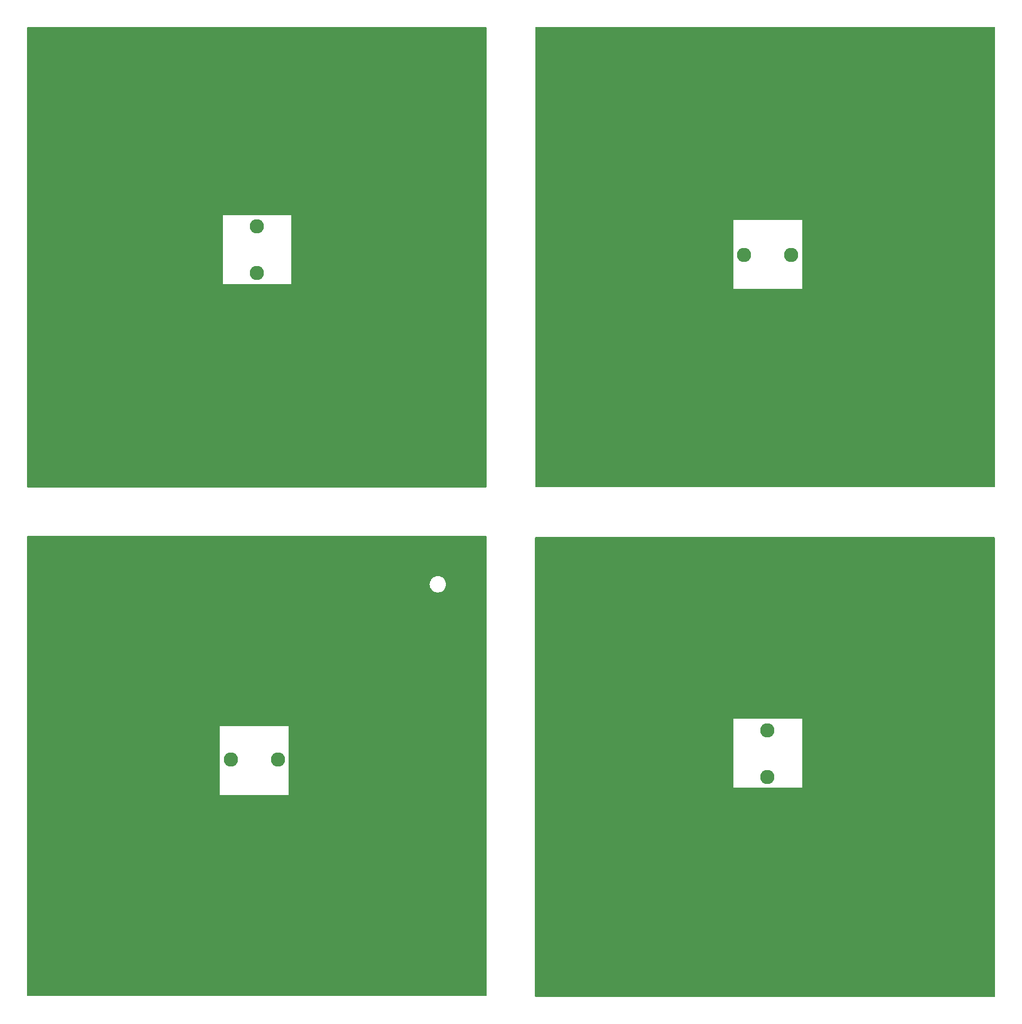
<source format=gbr>
%TF.GenerationSoftware,KiCad,Pcbnew,(6.0.10-0)*%
%TF.CreationDate,2023-04-17T19:00:21-04:00*%
%TF.ProjectId,my_anode,6d795f61-6e6f-4646-952e-6b696361645f,rev?*%
%TF.SameCoordinates,Original*%
%TF.FileFunction,Copper,L2,Bot*%
%TF.FilePolarity,Positive*%
%FSLAX46Y46*%
G04 Gerber Fmt 4.6, Leading zero omitted, Abs format (unit mm)*
G04 Created by KiCad (PCBNEW (6.0.10-0)) date 2023-04-17 19:00:21*
%MOMM*%
%LPD*%
G01*
G04 APERTURE LIST*
%TA.AperFunction,ComponentPad*%
%ADD10C,2.286000*%
%TD*%
%TA.AperFunction,ViaPad*%
%ADD11C,0.800000*%
%TD*%
G04 APERTURE END LIST*
D10*
%TO.P,D1,1,K*%
%TO.N,Net-(C1-Pad2)*%
X246614000Y-157530800D03*
%TO.P,D1,2,A*%
%TO.N,/G1*%
X239114000Y-157530800D03*
%TD*%
%TO.P,D3,1,K*%
%TO.N,Net-(C5-Pad2)*%
X157082800Y-238125000D03*
%TO.P,D3,2,A*%
%TO.N,/G3*%
X164582800Y-238125000D03*
%TD*%
%TO.P,D4,1,K*%
%TO.N,Net-(C7-Pad2)*%
X242857000Y-240950600D03*
%TO.P,D4,2,A*%
%TO.N,/G4*%
X242857000Y-233450600D03*
%TD*%
%TO.P,D2,1,K*%
%TO.N,Net-(C3-Pad2)*%
X161239200Y-152917200D03*
%TO.P,D2,2,A*%
%TO.N,/G2*%
X161239200Y-160417200D03*
%TD*%
D11*
%TO.N,Net-(J4-Pad1)*%
X244119400Y-168783000D03*
%TO.N,Net-(J4-Pad2)*%
X174819799Y-156912799D03*
%TO.N,Net-(J4-Pad3)*%
X161188400Y-247853200D03*
%TO.N,Net-(J4-Pad4)*%
X233476800Y-236550200D03*
%TD*%
%TA.AperFunction,Conductor*%
%TO.N,Net-(J4-Pad4)*%
G36*
X279152121Y-202605802D02*
G01*
X279198614Y-202659458D01*
X279210000Y-202711800D01*
X279210000Y-275959800D01*
X279189998Y-276027921D01*
X279136342Y-276074414D01*
X279084000Y-276085800D01*
X205836000Y-276085800D01*
X205767879Y-276065798D01*
X205721386Y-276012142D01*
X205710000Y-275959800D01*
X205710000Y-242620800D01*
X237427800Y-242620800D01*
X248427800Y-242620800D01*
X248427800Y-231620800D01*
X237427800Y-231620800D01*
X237427800Y-242620800D01*
X205710000Y-242620800D01*
X205710000Y-202711800D01*
X205730002Y-202643679D01*
X205783658Y-202597186D01*
X205836000Y-202585800D01*
X279084000Y-202585800D01*
X279152121Y-202605802D01*
G37*
%TD.AperFunction*%
%TD*%
%TA.AperFunction,Conductor*%
%TO.N,Net-(J4-Pad1)*%
G36*
X279211121Y-121114002D02*
G01*
X279257614Y-121167658D01*
X279269000Y-121220000D01*
X279269000Y-194468000D01*
X279248998Y-194536121D01*
X279195342Y-194582614D01*
X279143000Y-194594000D01*
X205895000Y-194594000D01*
X205826879Y-194573998D01*
X205780386Y-194520342D01*
X205769000Y-194468000D01*
X205769000Y-162941000D01*
X237402400Y-162941000D01*
X248402400Y-162941000D01*
X248402400Y-151941000D01*
X237402400Y-151941000D01*
X237402400Y-162941000D01*
X205769000Y-162941000D01*
X205769000Y-121220000D01*
X205789002Y-121151879D01*
X205842658Y-121105386D01*
X205895000Y-121094000D01*
X279143000Y-121094000D01*
X279211121Y-121114002D01*
G37*
%TD.AperFunction*%
%TD*%
%TA.AperFunction,Conductor*%
%TO.N,Net-(J4-Pad2)*%
G36*
X197921921Y-121177002D02*
G01*
X197968414Y-121230658D01*
X197979800Y-121283000D01*
X197979800Y-194531000D01*
X197959798Y-194599121D01*
X197906142Y-194645614D01*
X197853800Y-194657000D01*
X124605800Y-194657000D01*
X124537679Y-194636998D01*
X124491186Y-194583342D01*
X124479800Y-194531000D01*
X124479800Y-162179000D01*
X155766800Y-162179000D01*
X166766800Y-162179000D01*
X166766800Y-151179000D01*
X155766800Y-151179000D01*
X155766800Y-162179000D01*
X124479800Y-162179000D01*
X124479800Y-121283000D01*
X124499802Y-121214879D01*
X124553458Y-121168386D01*
X124605800Y-121157000D01*
X197853800Y-121157000D01*
X197921921Y-121177002D01*
G37*
%TD.AperFunction*%
%TD*%
%TA.AperFunction,Conductor*%
%TO.N,Net-(J4-Pad3)*%
G36*
X197896521Y-202428002D02*
G01*
X197943014Y-202481658D01*
X197954400Y-202534000D01*
X197954400Y-275782000D01*
X197934398Y-275850121D01*
X197880742Y-275896614D01*
X197828400Y-275908000D01*
X124580400Y-275908000D01*
X124512279Y-275887998D01*
X124465786Y-275834342D01*
X124454400Y-275782000D01*
X124454400Y-243763800D01*
X155309600Y-243763800D01*
X166309600Y-243763800D01*
X166309600Y-232763800D01*
X155309600Y-232763800D01*
X155309600Y-243763800D01*
X124454400Y-243763800D01*
X124454400Y-210129600D01*
X188868932Y-210129600D01*
X188888765Y-210356292D01*
X188947661Y-210576096D01*
X189043832Y-210782334D01*
X189174353Y-210968739D01*
X189335261Y-211129647D01*
X189521666Y-211260168D01*
X189526644Y-211262489D01*
X189526647Y-211262491D01*
X189722922Y-211354016D01*
X189727904Y-211356339D01*
X189733212Y-211357761D01*
X189733214Y-211357762D01*
X189942393Y-211413811D01*
X189942395Y-211413811D01*
X189947708Y-211415235D01*
X190046702Y-211423896D01*
X190114892Y-211429862D01*
X190114899Y-211429862D01*
X190117616Y-211430100D01*
X190231184Y-211430100D01*
X190233901Y-211429862D01*
X190233908Y-211429862D01*
X190302098Y-211423896D01*
X190401092Y-211415235D01*
X190406405Y-211413811D01*
X190406407Y-211413811D01*
X190615586Y-211357762D01*
X190615588Y-211357761D01*
X190620896Y-211356339D01*
X190625878Y-211354016D01*
X190822153Y-211262491D01*
X190822156Y-211262489D01*
X190827134Y-211260168D01*
X191013539Y-211129647D01*
X191174447Y-210968739D01*
X191304968Y-210782334D01*
X191401139Y-210576096D01*
X191460035Y-210356292D01*
X191479868Y-210129600D01*
X191460035Y-209902908D01*
X191401139Y-209683104D01*
X191304968Y-209476866D01*
X191174447Y-209290461D01*
X191013539Y-209129553D01*
X190827134Y-208999032D01*
X190822156Y-208996711D01*
X190822153Y-208996709D01*
X190625878Y-208905184D01*
X190625876Y-208905183D01*
X190620896Y-208902861D01*
X190615588Y-208901439D01*
X190615586Y-208901438D01*
X190406407Y-208845389D01*
X190406405Y-208845389D01*
X190401092Y-208843965D01*
X190302098Y-208835304D01*
X190233908Y-208829338D01*
X190233901Y-208829338D01*
X190231184Y-208829100D01*
X190117616Y-208829100D01*
X190114899Y-208829338D01*
X190114892Y-208829338D01*
X190046702Y-208835304D01*
X189947708Y-208843965D01*
X189942395Y-208845389D01*
X189942393Y-208845389D01*
X189733214Y-208901438D01*
X189733212Y-208901439D01*
X189727904Y-208902861D01*
X189722924Y-208905183D01*
X189722922Y-208905184D01*
X189526647Y-208996709D01*
X189526644Y-208996711D01*
X189521666Y-208999032D01*
X189335261Y-209129553D01*
X189174353Y-209290461D01*
X189043832Y-209476866D01*
X188947661Y-209683104D01*
X188888765Y-209902908D01*
X188868932Y-210129600D01*
X124454400Y-210129600D01*
X124454400Y-202534000D01*
X124474402Y-202465879D01*
X124528058Y-202419386D01*
X124580400Y-202408000D01*
X197828400Y-202408000D01*
X197896521Y-202428002D01*
G37*
%TD.AperFunction*%
%TD*%
M02*

</source>
